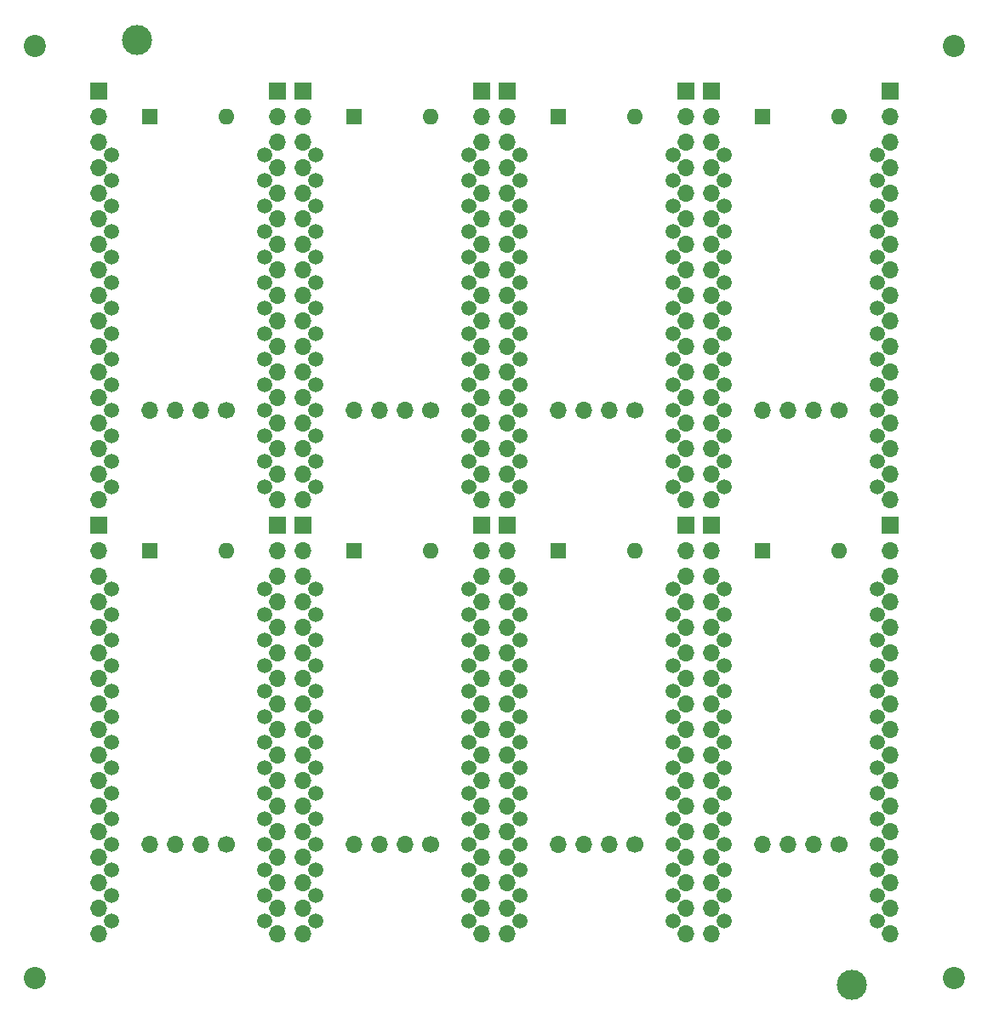
<source format=gts>
%TF.GenerationSoftware,KiCad,Pcbnew,8.0.6*%
%TF.CreationDate,2024-10-27T05:06:58+09:00*%
%TF.ProjectId,rp27c512-panel,72703237-6335-4313-922d-70616e656c2e,rev?*%
%TF.SameCoordinates,Original*%
%TF.FileFunction,Soldermask,Top*%
%TF.FilePolarity,Negative*%
%FSLAX46Y46*%
G04 Gerber Fmt 4.6, Leading zero omitted, Abs format (unit mm)*
G04 Created by KiCad (PCBNEW 8.0.6) date 2024-10-27 05:06:58*
%MOMM*%
%LPD*%
G01*
G04 APERTURE LIST*
%ADD10C,2.200000*%
%ADD11C,3.000000*%
%ADD12O,1.700000X1.700000*%
%ADD13R,1.700000X1.700000*%
%ADD14C,1.500000*%
%ADD15C,1.700000*%
%ADD16O,1.600000X1.600000*%
%ADD17R,1.600000X1.600000*%
G04 APERTURE END LIST*
D10*
%TO.C,REF\u002A\u002A*%
X81280000Y-53975000D03*
%TD*%
%TO.C,REF\u002A\u002A*%
X81280000Y-146685000D03*
%TD*%
%TO.C,REF\u002A\u002A*%
X172720000Y-146685000D03*
%TD*%
%TO.C,REF\u002A\u002A*%
X172720000Y-53975000D03*
%TD*%
D11*
%TO.C,REF\u002A\u002A*%
X162560000Y-147320000D03*
%TD*%
%TO.C,REF\u002A\u002A*%
X91440000Y-53340000D03*
%TD*%
D12*
%TO.C,J2*%
X166370000Y-142240000D03*
X166370000Y-139700000D03*
X166370000Y-137160000D03*
X166370000Y-134620000D03*
X166370000Y-132080000D03*
X166370000Y-129540000D03*
X166370000Y-127000000D03*
X166370000Y-124460000D03*
X166370000Y-121920000D03*
X166370000Y-119380000D03*
X166370000Y-116840000D03*
X166370000Y-114300000D03*
X166370000Y-111760000D03*
X166370000Y-109220000D03*
X166370000Y-106680000D03*
X166370000Y-104140000D03*
D13*
X166370000Y-101600000D03*
%TD*%
D12*
%TO.C,J1*%
X148590000Y-142240000D03*
X148590000Y-139700000D03*
X148590000Y-137160000D03*
X148590000Y-134620000D03*
X148590000Y-132080000D03*
X148590000Y-129540000D03*
X148590000Y-127000000D03*
X148590000Y-124460000D03*
X148590000Y-121920000D03*
X148590000Y-119380000D03*
X148590000Y-116840000D03*
X148590000Y-114300000D03*
X148590000Y-111760000D03*
X148590000Y-109220000D03*
X148590000Y-106680000D03*
X148590000Y-104140000D03*
D13*
X148590000Y-101600000D03*
%TD*%
D14*
%TO.C,U1*%
X165100000Y-107950000D03*
X165100000Y-110490000D03*
X165100000Y-113030000D03*
X165100000Y-115570000D03*
X165100000Y-118110000D03*
X165100000Y-120650000D03*
X165100000Y-123190000D03*
X165100000Y-125730000D03*
X165100000Y-128270000D03*
X165100000Y-130810000D03*
X165100000Y-133350000D03*
X165100000Y-135890000D03*
X165100000Y-138430000D03*
X165100000Y-140970000D03*
X149860000Y-140970000D03*
X149860000Y-138430000D03*
X149860000Y-135890000D03*
X149860000Y-133350000D03*
X149860000Y-130810000D03*
X149860000Y-128270000D03*
X149860000Y-125730000D03*
X149860000Y-123190000D03*
X149860000Y-120650000D03*
X149860000Y-118110000D03*
X149860000Y-115570000D03*
X149860000Y-113030000D03*
X149860000Y-110490000D03*
X149860000Y-107950000D03*
%TD*%
D12*
%TO.C,J3*%
X153670000Y-133350000D03*
X156210000Y-133350000D03*
X158750000Y-133350000D03*
D15*
X161290000Y-133350000D03*
%TD*%
D16*
%TO.C,D1*%
X161290000Y-104140000D03*
D17*
X153670000Y-104140000D03*
%TD*%
D12*
%TO.C,J2*%
X146050000Y-142240000D03*
X146050000Y-139700000D03*
X146050000Y-137160000D03*
X146050000Y-134620000D03*
X146050000Y-132080000D03*
X146050000Y-129540000D03*
X146050000Y-127000000D03*
X146050000Y-124460000D03*
X146050000Y-121920000D03*
X146050000Y-119380000D03*
X146050000Y-116840000D03*
X146050000Y-114300000D03*
X146050000Y-111760000D03*
X146050000Y-109220000D03*
X146050000Y-106680000D03*
X146050000Y-104140000D03*
D13*
X146050000Y-101600000D03*
%TD*%
D12*
%TO.C,J1*%
X128270000Y-142240000D03*
X128270000Y-139700000D03*
X128270000Y-137160000D03*
X128270000Y-134620000D03*
X128270000Y-132080000D03*
X128270000Y-129540000D03*
X128270000Y-127000000D03*
X128270000Y-124460000D03*
X128270000Y-121920000D03*
X128270000Y-119380000D03*
X128270000Y-116840000D03*
X128270000Y-114300000D03*
X128270000Y-111760000D03*
X128270000Y-109220000D03*
X128270000Y-106680000D03*
X128270000Y-104140000D03*
D13*
X128270000Y-101600000D03*
%TD*%
D14*
%TO.C,U1*%
X144780000Y-107950000D03*
X144780000Y-110490000D03*
X144780000Y-113030000D03*
X144780000Y-115570000D03*
X144780000Y-118110000D03*
X144780000Y-120650000D03*
X144780000Y-123190000D03*
X144780000Y-125730000D03*
X144780000Y-128270000D03*
X144780000Y-130810000D03*
X144780000Y-133350000D03*
X144780000Y-135890000D03*
X144780000Y-138430000D03*
X144780000Y-140970000D03*
X129540000Y-140970000D03*
X129540000Y-138430000D03*
X129540000Y-135890000D03*
X129540000Y-133350000D03*
X129540000Y-130810000D03*
X129540000Y-128270000D03*
X129540000Y-125730000D03*
X129540000Y-123190000D03*
X129540000Y-120650000D03*
X129540000Y-118110000D03*
X129540000Y-115570000D03*
X129540000Y-113030000D03*
X129540000Y-110490000D03*
X129540000Y-107950000D03*
%TD*%
D12*
%TO.C,J3*%
X133350000Y-133350000D03*
X135890000Y-133350000D03*
X138430000Y-133350000D03*
D15*
X140970000Y-133350000D03*
%TD*%
D16*
%TO.C,D1*%
X140970000Y-104140000D03*
D17*
X133350000Y-104140000D03*
%TD*%
D12*
%TO.C,J2*%
X125730000Y-142240000D03*
X125730000Y-139700000D03*
X125730000Y-137160000D03*
X125730000Y-134620000D03*
X125730000Y-132080000D03*
X125730000Y-129540000D03*
X125730000Y-127000000D03*
X125730000Y-124460000D03*
X125730000Y-121920000D03*
X125730000Y-119380000D03*
X125730000Y-116840000D03*
X125730000Y-114300000D03*
X125730000Y-111760000D03*
X125730000Y-109220000D03*
X125730000Y-106680000D03*
X125730000Y-104140000D03*
D13*
X125730000Y-101600000D03*
%TD*%
D12*
%TO.C,J1*%
X107950000Y-142240000D03*
X107950000Y-139700000D03*
X107950000Y-137160000D03*
X107950000Y-134620000D03*
X107950000Y-132080000D03*
X107950000Y-129540000D03*
X107950000Y-127000000D03*
X107950000Y-124460000D03*
X107950000Y-121920000D03*
X107950000Y-119380000D03*
X107950000Y-116840000D03*
X107950000Y-114300000D03*
X107950000Y-111760000D03*
X107950000Y-109220000D03*
X107950000Y-106680000D03*
X107950000Y-104140000D03*
D13*
X107950000Y-101600000D03*
%TD*%
D14*
%TO.C,U1*%
X124460000Y-107950000D03*
X124460000Y-110490000D03*
X124460000Y-113030000D03*
X124460000Y-115570000D03*
X124460000Y-118110000D03*
X124460000Y-120650000D03*
X124460000Y-123190000D03*
X124460000Y-125730000D03*
X124460000Y-128270000D03*
X124460000Y-130810000D03*
X124460000Y-133350000D03*
X124460000Y-135890000D03*
X124460000Y-138430000D03*
X124460000Y-140970000D03*
X109220000Y-140970000D03*
X109220000Y-138430000D03*
X109220000Y-135890000D03*
X109220000Y-133350000D03*
X109220000Y-130810000D03*
X109220000Y-128270000D03*
X109220000Y-125730000D03*
X109220000Y-123190000D03*
X109220000Y-120650000D03*
X109220000Y-118110000D03*
X109220000Y-115570000D03*
X109220000Y-113030000D03*
X109220000Y-110490000D03*
X109220000Y-107950000D03*
%TD*%
D12*
%TO.C,J3*%
X113030000Y-133350000D03*
X115570000Y-133350000D03*
X118110000Y-133350000D03*
D15*
X120650000Y-133350000D03*
%TD*%
D16*
%TO.C,D1*%
X120650000Y-104140000D03*
D17*
X113030000Y-104140000D03*
%TD*%
D12*
%TO.C,J2*%
X105410000Y-142240000D03*
X105410000Y-139700000D03*
X105410000Y-137160000D03*
X105410000Y-134620000D03*
X105410000Y-132080000D03*
X105410000Y-129540000D03*
X105410000Y-127000000D03*
X105410000Y-124460000D03*
X105410000Y-121920000D03*
X105410000Y-119380000D03*
X105410000Y-116840000D03*
X105410000Y-114300000D03*
X105410000Y-111760000D03*
X105410000Y-109220000D03*
X105410000Y-106680000D03*
X105410000Y-104140000D03*
D13*
X105410000Y-101600000D03*
%TD*%
D12*
%TO.C,J1*%
X87630000Y-142240000D03*
X87630000Y-139700000D03*
X87630000Y-137160000D03*
X87630000Y-134620000D03*
X87630000Y-132080000D03*
X87630000Y-129540000D03*
X87630000Y-127000000D03*
X87630000Y-124460000D03*
X87630000Y-121920000D03*
X87630000Y-119380000D03*
X87630000Y-116840000D03*
X87630000Y-114300000D03*
X87630000Y-111760000D03*
X87630000Y-109220000D03*
X87630000Y-106680000D03*
X87630000Y-104140000D03*
D13*
X87630000Y-101600000D03*
%TD*%
D14*
%TO.C,U1*%
X104140000Y-107950000D03*
X104140000Y-110490000D03*
X104140000Y-113030000D03*
X104140000Y-115570000D03*
X104140000Y-118110000D03*
X104140000Y-120650000D03*
X104140000Y-123190000D03*
X104140000Y-125730000D03*
X104140000Y-128270000D03*
X104140000Y-130810000D03*
X104140000Y-133350000D03*
X104140000Y-135890000D03*
X104140000Y-138430000D03*
X104140000Y-140970000D03*
X88900000Y-140970000D03*
X88900000Y-138430000D03*
X88900000Y-135890000D03*
X88900000Y-133350000D03*
X88900000Y-130810000D03*
X88900000Y-128270000D03*
X88900000Y-125730000D03*
X88900000Y-123190000D03*
X88900000Y-120650000D03*
X88900000Y-118110000D03*
X88900000Y-115570000D03*
X88900000Y-113030000D03*
X88900000Y-110490000D03*
X88900000Y-107950000D03*
%TD*%
D12*
%TO.C,J3*%
X92710000Y-133350000D03*
X95250000Y-133350000D03*
X97790000Y-133350000D03*
D15*
X100330000Y-133350000D03*
%TD*%
D16*
%TO.C,D1*%
X100330000Y-104140000D03*
D17*
X92710000Y-104140000D03*
%TD*%
D12*
%TO.C,J2*%
X166370000Y-99060000D03*
X166370000Y-96520000D03*
X166370000Y-93980000D03*
X166370000Y-91440000D03*
X166370000Y-88900000D03*
X166370000Y-86360000D03*
X166370000Y-83820000D03*
X166370000Y-81280000D03*
X166370000Y-78740000D03*
X166370000Y-76200000D03*
X166370000Y-73660000D03*
X166370000Y-71120000D03*
X166370000Y-68580000D03*
X166370000Y-66040000D03*
X166370000Y-63500000D03*
X166370000Y-60960000D03*
D13*
X166370000Y-58420000D03*
%TD*%
D12*
%TO.C,J1*%
X148590000Y-99060000D03*
X148590000Y-96520000D03*
X148590000Y-93980000D03*
X148590000Y-91440000D03*
X148590000Y-88900000D03*
X148590000Y-86360000D03*
X148590000Y-83820000D03*
X148590000Y-81280000D03*
X148590000Y-78740000D03*
X148590000Y-76200000D03*
X148590000Y-73660000D03*
X148590000Y-71120000D03*
X148590000Y-68580000D03*
X148590000Y-66040000D03*
X148590000Y-63500000D03*
X148590000Y-60960000D03*
D13*
X148590000Y-58420000D03*
%TD*%
D14*
%TO.C,U1*%
X165100000Y-64770000D03*
X165100000Y-67310000D03*
X165100000Y-69850000D03*
X165100000Y-72390000D03*
X165100000Y-74930000D03*
X165100000Y-77470000D03*
X165100000Y-80010000D03*
X165100000Y-82550000D03*
X165100000Y-85090000D03*
X165100000Y-87630000D03*
X165100000Y-90170000D03*
X165100000Y-92710000D03*
X165100000Y-95250000D03*
X165100000Y-97790000D03*
X149860000Y-97790000D03*
X149860000Y-95250000D03*
X149860000Y-92710000D03*
X149860000Y-90170000D03*
X149860000Y-87630000D03*
X149860000Y-85090000D03*
X149860000Y-82550000D03*
X149860000Y-80010000D03*
X149860000Y-77470000D03*
X149860000Y-74930000D03*
X149860000Y-72390000D03*
X149860000Y-69850000D03*
X149860000Y-67310000D03*
X149860000Y-64770000D03*
%TD*%
D12*
%TO.C,J3*%
X153670000Y-90170000D03*
X156210000Y-90170000D03*
X158750000Y-90170000D03*
D15*
X161290000Y-90170000D03*
%TD*%
D16*
%TO.C,D1*%
X161290000Y-60960000D03*
D17*
X153670000Y-60960000D03*
%TD*%
D12*
%TO.C,J2*%
X146050000Y-99060000D03*
X146050000Y-96520000D03*
X146050000Y-93980000D03*
X146050000Y-91440000D03*
X146050000Y-88900000D03*
X146050000Y-86360000D03*
X146050000Y-83820000D03*
X146050000Y-81280000D03*
X146050000Y-78740000D03*
X146050000Y-76200000D03*
X146050000Y-73660000D03*
X146050000Y-71120000D03*
X146050000Y-68580000D03*
X146050000Y-66040000D03*
X146050000Y-63500000D03*
X146050000Y-60960000D03*
D13*
X146050000Y-58420000D03*
%TD*%
D12*
%TO.C,J1*%
X128270000Y-99060000D03*
X128270000Y-96520000D03*
X128270000Y-93980000D03*
X128270000Y-91440000D03*
X128270000Y-88900000D03*
X128270000Y-86360000D03*
X128270000Y-83820000D03*
X128270000Y-81280000D03*
X128270000Y-78740000D03*
X128270000Y-76200000D03*
X128270000Y-73660000D03*
X128270000Y-71120000D03*
X128270000Y-68580000D03*
X128270000Y-66040000D03*
X128270000Y-63500000D03*
X128270000Y-60960000D03*
D13*
X128270000Y-58420000D03*
%TD*%
D14*
%TO.C,U1*%
X144780000Y-64770000D03*
X144780000Y-67310000D03*
X144780000Y-69850000D03*
X144780000Y-72390000D03*
X144780000Y-74930000D03*
X144780000Y-77470000D03*
X144780000Y-80010000D03*
X144780000Y-82550000D03*
X144780000Y-85090000D03*
X144780000Y-87630000D03*
X144780000Y-90170000D03*
X144780000Y-92710000D03*
X144780000Y-95250000D03*
X144780000Y-97790000D03*
X129540000Y-97790000D03*
X129540000Y-95250000D03*
X129540000Y-92710000D03*
X129540000Y-90170000D03*
X129540000Y-87630000D03*
X129540000Y-85090000D03*
X129540000Y-82550000D03*
X129540000Y-80010000D03*
X129540000Y-77470000D03*
X129540000Y-74930000D03*
X129540000Y-72390000D03*
X129540000Y-69850000D03*
X129540000Y-67310000D03*
X129540000Y-64770000D03*
%TD*%
D12*
%TO.C,J3*%
X133350000Y-90170000D03*
X135890000Y-90170000D03*
X138430000Y-90170000D03*
D15*
X140970000Y-90170000D03*
%TD*%
D16*
%TO.C,D1*%
X140970000Y-60960000D03*
D17*
X133350000Y-60960000D03*
%TD*%
D12*
%TO.C,J2*%
X125730000Y-99060000D03*
X125730000Y-96520000D03*
X125730000Y-93980000D03*
X125730000Y-91440000D03*
X125730000Y-88900000D03*
X125730000Y-86360000D03*
X125730000Y-83820000D03*
X125730000Y-81280000D03*
X125730000Y-78740000D03*
X125730000Y-76200000D03*
X125730000Y-73660000D03*
X125730000Y-71120000D03*
X125730000Y-68580000D03*
X125730000Y-66040000D03*
X125730000Y-63500000D03*
X125730000Y-60960000D03*
D13*
X125730000Y-58420000D03*
%TD*%
D12*
%TO.C,J1*%
X107950000Y-99060000D03*
X107950000Y-96520000D03*
X107950000Y-93980000D03*
X107950000Y-91440000D03*
X107950000Y-88900000D03*
X107950000Y-86360000D03*
X107950000Y-83820000D03*
X107950000Y-81280000D03*
X107950000Y-78740000D03*
X107950000Y-76200000D03*
X107950000Y-73660000D03*
X107950000Y-71120000D03*
X107950000Y-68580000D03*
X107950000Y-66040000D03*
X107950000Y-63500000D03*
X107950000Y-60960000D03*
D13*
X107950000Y-58420000D03*
%TD*%
D14*
%TO.C,U1*%
X124460000Y-64770000D03*
X124460000Y-67310000D03*
X124460000Y-69850000D03*
X124460000Y-72390000D03*
X124460000Y-74930000D03*
X124460000Y-77470000D03*
X124460000Y-80010000D03*
X124460000Y-82550000D03*
X124460000Y-85090000D03*
X124460000Y-87630000D03*
X124460000Y-90170000D03*
X124460000Y-92710000D03*
X124460000Y-95250000D03*
X124460000Y-97790000D03*
X109220000Y-97790000D03*
X109220000Y-95250000D03*
X109220000Y-92710000D03*
X109220000Y-90170000D03*
X109220000Y-87630000D03*
X109220000Y-85090000D03*
X109220000Y-82550000D03*
X109220000Y-80010000D03*
X109220000Y-77470000D03*
X109220000Y-74930000D03*
X109220000Y-72390000D03*
X109220000Y-69850000D03*
X109220000Y-67310000D03*
X109220000Y-64770000D03*
%TD*%
D12*
%TO.C,J3*%
X113030000Y-90170000D03*
X115570000Y-90170000D03*
X118110000Y-90170000D03*
D15*
X120650000Y-90170000D03*
%TD*%
D16*
%TO.C,D1*%
X120650000Y-60960000D03*
D17*
X113030000Y-60960000D03*
%TD*%
D12*
%TO.C,J2*%
X105410000Y-99060000D03*
X105410000Y-96520000D03*
X105410000Y-93980000D03*
X105410000Y-91440000D03*
X105410000Y-88900000D03*
X105410000Y-86360000D03*
X105410000Y-83820000D03*
X105410000Y-81280000D03*
X105410000Y-78740000D03*
X105410000Y-76200000D03*
X105410000Y-73660000D03*
X105410000Y-71120000D03*
X105410000Y-68580000D03*
X105410000Y-66040000D03*
X105410000Y-63500000D03*
X105410000Y-60960000D03*
D13*
X105410000Y-58420000D03*
%TD*%
D12*
%TO.C,J3*%
X92710000Y-90170000D03*
X95250000Y-90170000D03*
X97790000Y-90170000D03*
D15*
X100330000Y-90170000D03*
%TD*%
D12*
%TO.C,J1*%
X87630000Y-99060000D03*
X87630000Y-96520000D03*
X87630000Y-93980000D03*
X87630000Y-91440000D03*
X87630000Y-88900000D03*
X87630000Y-86360000D03*
X87630000Y-83820000D03*
X87630000Y-81280000D03*
X87630000Y-78740000D03*
X87630000Y-76200000D03*
X87630000Y-73660000D03*
X87630000Y-71120000D03*
X87630000Y-68580000D03*
X87630000Y-66040000D03*
X87630000Y-63500000D03*
X87630000Y-60960000D03*
D13*
X87630000Y-58420000D03*
%TD*%
D14*
%TO.C,U1*%
X104140000Y-64770000D03*
X104140000Y-67310000D03*
X104140000Y-69850000D03*
X104140000Y-72390000D03*
X104140000Y-74930000D03*
X104140000Y-77470000D03*
X104140000Y-80010000D03*
X104140000Y-82550000D03*
X104140000Y-85090000D03*
X104140000Y-87630000D03*
X104140000Y-90170000D03*
X104140000Y-92710000D03*
X104140000Y-95250000D03*
X104140000Y-97790000D03*
X88900000Y-97790000D03*
X88900000Y-95250000D03*
X88900000Y-92710000D03*
X88900000Y-90170000D03*
X88900000Y-87630000D03*
X88900000Y-85090000D03*
X88900000Y-82550000D03*
X88900000Y-80010000D03*
X88900000Y-77470000D03*
X88900000Y-74930000D03*
X88900000Y-72390000D03*
X88900000Y-69850000D03*
X88900000Y-67310000D03*
X88900000Y-64770000D03*
%TD*%
D16*
%TO.C,D1*%
X100330000Y-60960000D03*
D17*
X92710000Y-60960000D03*
%TD*%
M02*

</source>
